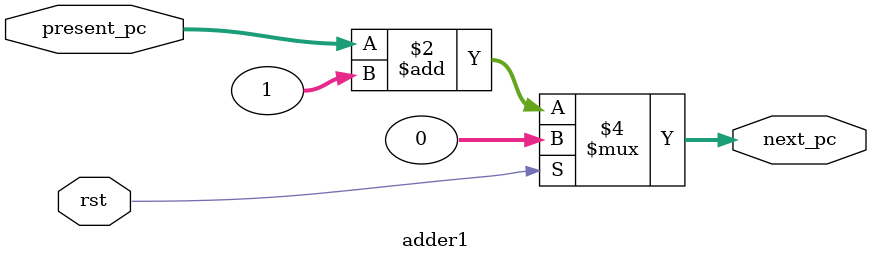
<source format=v>
module adder1(input [31:0] present_pc,output reg [31:0] next_pc,input rst);
    always @(*) begin
        if (rst) begin
            next_pc = 0; // Reset the program counter to 0
        end else begin
        next_pc = present_pc + 1; // Increment the program counter by 1
        end
    end
endmodule
</source>
